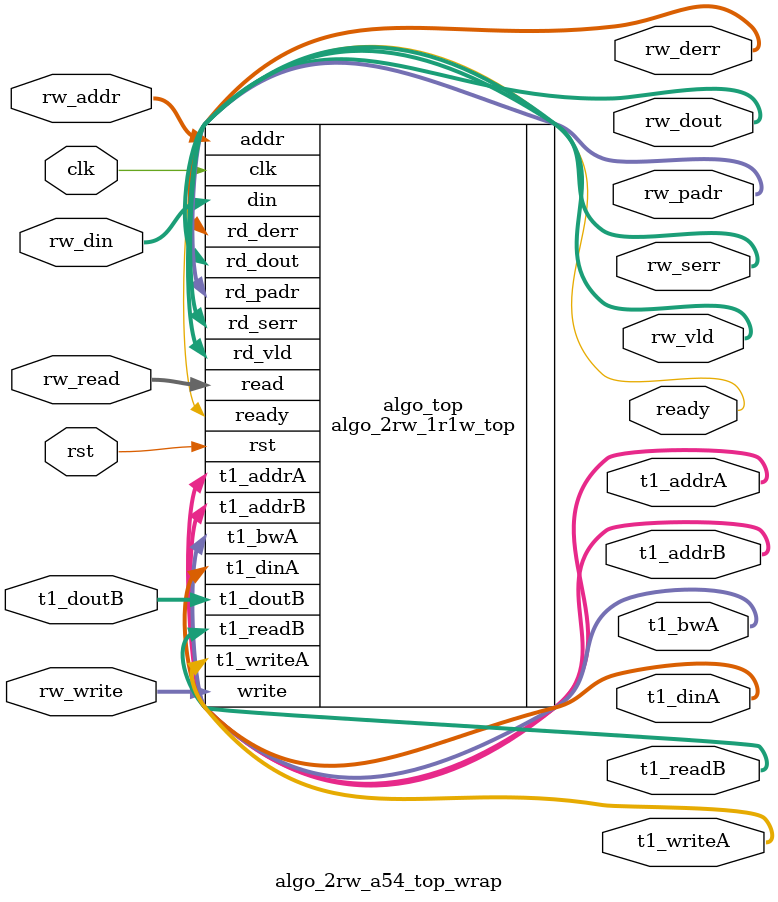
<source format=v>
/*
 * Copyright (C) 2011 Memoir Systems Inc. These coded instructions, statements, and computer programs are
 * Confidential Proprietary Information of Memoir Systems Inc. and may not be disclosed to third parties
 * or copied in any form, in whole or in part, without the prior written consent of Memoir Systems Inc.
 *
 * */

module algo_2rw_a54_top_wrap
  #(parameter IP_WIDTH = 64,
    parameter   IP_BITWIDTH = 6,
    parameter   IP_DECCBITS = 8,
    parameter   IP_NUMADDR = 2048,
    parameter   IP_BITADDR = 11,
    parameter   IP_NUMVBNK = 1,
    parameter   IP_BITVBNK = 1,
    parameter   IP_BITPBNK = 2,
    parameter   IP_SECCBITS = 8,
    parameter   IP_SECCDWIDTH = 2,
    parameter   IP_ENAECC = 0,
    parameter   IP_ENAPAR = 0,
    parameter   FLOPADD = 0,
    parameter   FLOPIN = 0,
    parameter   FLOPOUT = 0,
    parameter   FLOPMEM = 0,
    parameter   FLOPECC = 0,
    parameter   FLOPCMD = 0,
    parameter   T1_WIDTH = 73,
    parameter   T1_NUMVBNK = 4,
    parameter   T1_BITVBNK = 2,
    parameter   T1_DELAY = 1,
    parameter   T1_NUMVROW = 2048,
    parameter   T1_BITVROW = 11,
    parameter   T1_BITWSPF = 0,
    parameter   T1_NUMWRDS = 1,
    parameter   T1_BITWRDS = 1,
    parameter   T1_NUMSROW = 2048,
    parameter   T1_BITSROW = 11,
    parameter   T1_PHYWDTH = 73)
  (clk, rst, ready,
   rw_read,
   rw_write,
   rw_addr,
   rw_din,
   rw_dout,
   rw_vld,
   rw_serr,
   rw_derr,
   rw_padr,
   t1_readB,
   t1_addrB,
   t1_doutB,
   t1_writeA,
   t1_addrA,
   t1_dinA,
   t1_bwA);

  // MEMOIR_TRANSLATE_OFF

  parameter WIDTH   = IP_WIDTH;
  parameter BITWDTH = IP_BITWIDTH;
  parameter ENAPAR  = IP_ENAPAR;
  parameter ENAECC =  IP_ENAECC;
  parameter ECCWDTH = IP_DECCBITS;
  parameter NUMADDR = IP_NUMADDR;
  parameter BITADDR = IP_BITADDR;
  parameter NUMRWPT = 2;
  parameter NUMPBNK = 4; // NUMRWPT*NUMRWPT
  parameter BITPBNK = 2;
  parameter NUMWRDS = T1_NUMWRDS;      // ALIGN Parameters
  parameter BITWRDS = T1_BITWRDS;
  parameter NUMSROW = T1_NUMSROW;
  parameter BITSROW = T1_BITSROW;
  parameter MEMWDTH = ENAPAR ? WIDTH+1 : ENAECC ? WIDTH+ECCWDTH : WIDTH;
  parameter PHYWDTH = T1_PHYWDTH;
  parameter SRAM_DELAY = T1_DELAY;
  parameter BITPADR = BITPBNK+BITSROW+BITWRDS+1;

  input [NUMRWPT-1:0]                  rw_read;
  input [NUMRWPT-1:0]                  rw_write;
  input [NUMRWPT*BITADDR-1:0]          rw_addr;
  input [NUMRWPT*WIDTH-1:0]            rw_din;
  output [NUMRWPT-1:0]                 rw_vld;
  output [NUMRWPT*WIDTH-1:0]           rw_dout;
  output [NUMRWPT-1:0]                 rw_serr;
  output [NUMRWPT-1:0]                 rw_derr;
  output [2*BITPADR-1:0]               rw_padr;
  output                               ready;
  input                                clk;
  input                                rst;

  output [NUMPBNK-1:0]                 t1_writeA;
  output [NUMPBNK*BITSROW-1:0]         t1_addrA;
  output [NUMPBNK*PHYWDTH-1:0]         t1_bwA;
  output [NUMPBNK*PHYWDTH-1:0]         t1_dinA;

  output [NUMPBNK-1:0]                 t1_readB;
  output [NUMPBNK*BITSROW-1:0]         t1_addrB;
  input [NUMPBNK*PHYWDTH-1:0]          t1_doutB;

  algo_2rw_1r1w_top #(.WIDTH(WIDTH), .BITWDTH(BITWDTH), .ENAPAR(ENAPAR), .ENAECC(ENAECC), .ECCWDTH(ECCWDTH),
                     .NUMADDR(NUMADDR), .BITADDR(BITADDR), .NUMRWPT(NUMRWPT),
                     .NUMPBNK(NUMPBNK), .BITPBNK(BITPBNK),
                     .NUMWRDS(NUMWRDS), .BITWRDS(BITWRDS), .NUMSROW(NUMSROW), .BITSROW(BITSROW), .PHYWDTH(PHYWDTH),
                     .SRAM_DELAY(SRAM_DELAY), .FLOPIN(FLOPIN), .FLOPMEM(FLOPMEM), .FLOPOUT(FLOPOUT), .FLOPECC(FLOPECC))

  algo_top(.clk(clk), .rst(rst), .ready(ready),
           .read(rw_read), .write(rw_write), .addr(rw_addr), .din(rw_din),
           .rd_vld(rw_vld), .rd_dout(rw_dout), .rd_serr(rw_serr), .rd_derr(rw_derr),
           .rd_padr(rw_padr), .t1_writeA(t1_writeA), .t1_addrA(t1_addrA),
           .t1_bwA(t1_bwA), .t1_dinA(t1_dinA), .t1_readB(t1_readB), .t1_addrB(t1_addrB),
           .t1_doutB(t1_doutB));

  // MEMOIR_TRANSLATE_ON

endmodule // algo_2rw_a54_top_wrap

</source>
